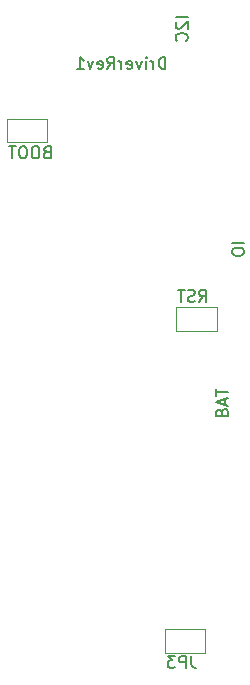
<source format=gbo>
G04 #@! TF.GenerationSoftware,KiCad,Pcbnew,(5.1.5)-3*
G04 #@! TF.CreationDate,2021-11-09T21:41:46-05:00*
G04 #@! TF.ProjectId,MotorDriver,4d6f746f-7244-4726-9976-65722e6b6963,rev?*
G04 #@! TF.SameCoordinates,Original*
G04 #@! TF.FileFunction,Legend,Bot*
G04 #@! TF.FilePolarity,Positive*
%FSLAX46Y46*%
G04 Gerber Fmt 4.6, Leading zero omitted, Abs format (unit mm)*
G04 Created by KiCad (PCBNEW (5.1.5)-3) date 2021-11-09 21:41:46*
%MOMM*%
%LPD*%
G04 APERTURE LIST*
%ADD10C,0.150000*%
%ADD11C,0.120000*%
%ADD12O,1.452000X1.452000*%
%ADD13R,1.452000X1.452000*%
%ADD14R,1.102000X1.602000*%
%ADD15C,2.601360*%
%ADD16R,2.601360X2.601360*%
G04 APERTURE END LIST*
D10*
X83787785Y-44584880D02*
X83787785Y-43584880D01*
X83549690Y-43584880D01*
X83406833Y-43632500D01*
X83311595Y-43727738D01*
X83263976Y-43822976D01*
X83216357Y-44013452D01*
X83216357Y-44156309D01*
X83263976Y-44346785D01*
X83311595Y-44442023D01*
X83406833Y-44537261D01*
X83549690Y-44584880D01*
X83787785Y-44584880D01*
X82787785Y-44584880D02*
X82787785Y-43918214D01*
X82787785Y-44108690D02*
X82740166Y-44013452D01*
X82692547Y-43965833D01*
X82597309Y-43918214D01*
X82502071Y-43918214D01*
X82168738Y-44584880D02*
X82168738Y-43918214D01*
X82168738Y-43584880D02*
X82216357Y-43632500D01*
X82168738Y-43680119D01*
X82121119Y-43632500D01*
X82168738Y-43584880D01*
X82168738Y-43680119D01*
X81787785Y-43918214D02*
X81549690Y-44584880D01*
X81311595Y-43918214D01*
X80549690Y-44537261D02*
X80644928Y-44584880D01*
X80835404Y-44584880D01*
X80930642Y-44537261D01*
X80978261Y-44442023D01*
X80978261Y-44061071D01*
X80930642Y-43965833D01*
X80835404Y-43918214D01*
X80644928Y-43918214D01*
X80549690Y-43965833D01*
X80502071Y-44061071D01*
X80502071Y-44156309D01*
X80978261Y-44251547D01*
X80073500Y-44584880D02*
X80073500Y-43918214D01*
X80073500Y-44108690D02*
X80025880Y-44013452D01*
X79978261Y-43965833D01*
X79883023Y-43918214D01*
X79787785Y-43918214D01*
X78883023Y-44584880D02*
X79216357Y-44108690D01*
X79454452Y-44584880D02*
X79454452Y-43584880D01*
X79073500Y-43584880D01*
X78978261Y-43632500D01*
X78930642Y-43680119D01*
X78883023Y-43775357D01*
X78883023Y-43918214D01*
X78930642Y-44013452D01*
X78978261Y-44061071D01*
X79073500Y-44108690D01*
X79454452Y-44108690D01*
X78073500Y-44537261D02*
X78168738Y-44584880D01*
X78359214Y-44584880D01*
X78454452Y-44537261D01*
X78502071Y-44442023D01*
X78502071Y-44061071D01*
X78454452Y-43965833D01*
X78359214Y-43918214D01*
X78168738Y-43918214D01*
X78073500Y-43965833D01*
X78025880Y-44061071D01*
X78025880Y-44156309D01*
X78502071Y-44251547D01*
X77692547Y-43918214D02*
X77454452Y-44584880D01*
X77216357Y-43918214D01*
X76311595Y-44584880D02*
X76883023Y-44584880D01*
X76597309Y-44584880D02*
X76597309Y-43584880D01*
X76692547Y-43727738D01*
X76787785Y-43822976D01*
X76883023Y-43870595D01*
D11*
X83753500Y-94027500D02*
X87185500Y-94027500D01*
X87185500Y-94027500D02*
X87185500Y-92027500D01*
X87185500Y-92027500D02*
X83753500Y-92027500D01*
X83753500Y-92027500D02*
X83753500Y-94027500D01*
X73790000Y-48784000D02*
X70358000Y-48784000D01*
X70358000Y-48784000D02*
X70358000Y-50784000D01*
X70358000Y-50784000D02*
X73790000Y-50784000D01*
X73790000Y-50784000D02*
X73790000Y-48784000D01*
X84706000Y-66735200D02*
X88138000Y-66735200D01*
X88138000Y-66735200D02*
X88138000Y-64735200D01*
X88138000Y-64735200D02*
X84706000Y-64735200D01*
X84706000Y-64735200D02*
X84706000Y-66735200D01*
D10*
X90431880Y-59293190D02*
X89431880Y-59293190D01*
X89431880Y-59959857D02*
X89431880Y-60150333D01*
X89479500Y-60245571D01*
X89574738Y-60340809D01*
X89765214Y-60388428D01*
X90098547Y-60388428D01*
X90289023Y-60340809D01*
X90384261Y-60245571D01*
X90431880Y-60150333D01*
X90431880Y-59959857D01*
X90384261Y-59864619D01*
X90289023Y-59769380D01*
X90098547Y-59721761D01*
X89765214Y-59721761D01*
X89574738Y-59769380D01*
X89479500Y-59864619D01*
X89431880Y-59959857D01*
X85986833Y-94279880D02*
X85986833Y-94994166D01*
X86034452Y-95137023D01*
X86129690Y-95232261D01*
X86272547Y-95279880D01*
X86367785Y-95279880D01*
X85510642Y-95279880D02*
X85510642Y-94279880D01*
X85129690Y-94279880D01*
X85034452Y-94327500D01*
X84986833Y-94375119D01*
X84939214Y-94470357D01*
X84939214Y-94613214D01*
X84986833Y-94708452D01*
X85034452Y-94756071D01*
X85129690Y-94803690D01*
X85510642Y-94803690D01*
X84605880Y-94279880D02*
X83986833Y-94279880D01*
X84320166Y-94660833D01*
X84177309Y-94660833D01*
X84082071Y-94708452D01*
X84034452Y-94756071D01*
X83986833Y-94851309D01*
X83986833Y-95089404D01*
X84034452Y-95184642D01*
X84082071Y-95232261D01*
X84177309Y-95279880D01*
X84463023Y-95279880D01*
X84558261Y-95232261D01*
X84605880Y-95184642D01*
X73747142Y-51612571D02*
X73604285Y-51660190D01*
X73556666Y-51707809D01*
X73509047Y-51803047D01*
X73509047Y-51945904D01*
X73556666Y-52041142D01*
X73604285Y-52088761D01*
X73699523Y-52136380D01*
X74080476Y-52136380D01*
X74080476Y-51136380D01*
X73747142Y-51136380D01*
X73651904Y-51184000D01*
X73604285Y-51231619D01*
X73556666Y-51326857D01*
X73556666Y-51422095D01*
X73604285Y-51517333D01*
X73651904Y-51564952D01*
X73747142Y-51612571D01*
X74080476Y-51612571D01*
X72890000Y-51136380D02*
X72699523Y-51136380D01*
X72604285Y-51184000D01*
X72509047Y-51279238D01*
X72461428Y-51469714D01*
X72461428Y-51803047D01*
X72509047Y-51993523D01*
X72604285Y-52088761D01*
X72699523Y-52136380D01*
X72890000Y-52136380D01*
X72985238Y-52088761D01*
X73080476Y-51993523D01*
X73128095Y-51803047D01*
X73128095Y-51469714D01*
X73080476Y-51279238D01*
X72985238Y-51184000D01*
X72890000Y-51136380D01*
X71842380Y-51136380D02*
X71651904Y-51136380D01*
X71556666Y-51184000D01*
X71461428Y-51279238D01*
X71413809Y-51469714D01*
X71413809Y-51803047D01*
X71461428Y-51993523D01*
X71556666Y-52088761D01*
X71651904Y-52136380D01*
X71842380Y-52136380D01*
X71937619Y-52088761D01*
X72032857Y-51993523D01*
X72080476Y-51803047D01*
X72080476Y-51469714D01*
X72032857Y-51279238D01*
X71937619Y-51184000D01*
X71842380Y-51136380D01*
X71128095Y-51136380D02*
X70556666Y-51136380D01*
X70842380Y-52136380D02*
X70842380Y-51136380D01*
X86653619Y-64287580D02*
X86986952Y-63811390D01*
X87225047Y-64287580D02*
X87225047Y-63287580D01*
X86844095Y-63287580D01*
X86748857Y-63335200D01*
X86701238Y-63382819D01*
X86653619Y-63478057D01*
X86653619Y-63620914D01*
X86701238Y-63716152D01*
X86748857Y-63763771D01*
X86844095Y-63811390D01*
X87225047Y-63811390D01*
X86272666Y-64239961D02*
X86129809Y-64287580D01*
X85891714Y-64287580D01*
X85796476Y-64239961D01*
X85748857Y-64192342D01*
X85701238Y-64097104D01*
X85701238Y-64001866D01*
X85748857Y-63906628D01*
X85796476Y-63859009D01*
X85891714Y-63811390D01*
X86082190Y-63763771D01*
X86177428Y-63716152D01*
X86225047Y-63668533D01*
X86272666Y-63573295D01*
X86272666Y-63478057D01*
X86225047Y-63382819D01*
X86177428Y-63335200D01*
X86082190Y-63287580D01*
X85844095Y-63287580D01*
X85701238Y-63335200D01*
X85415523Y-63287580D02*
X84844095Y-63287580D01*
X85129809Y-64287580D02*
X85129809Y-63287580D01*
X88574571Y-73636095D02*
X88622190Y-73493238D01*
X88669809Y-73445619D01*
X88765047Y-73398000D01*
X88907904Y-73398000D01*
X89003142Y-73445619D01*
X89050761Y-73493238D01*
X89098380Y-73588476D01*
X89098380Y-73969428D01*
X88098380Y-73969428D01*
X88098380Y-73636095D01*
X88146000Y-73540857D01*
X88193619Y-73493238D01*
X88288857Y-73445619D01*
X88384095Y-73445619D01*
X88479333Y-73493238D01*
X88526952Y-73540857D01*
X88574571Y-73636095D01*
X88574571Y-73969428D01*
X88812666Y-73017047D02*
X88812666Y-72540857D01*
X89098380Y-73112285D02*
X88098380Y-72778952D01*
X89098380Y-72445619D01*
X88098380Y-72255142D02*
X88098380Y-71683714D01*
X89098380Y-71969428D02*
X88098380Y-71969428D01*
X85677580Y-40171809D02*
X84677580Y-40171809D01*
X84772819Y-40600380D02*
X84725200Y-40648000D01*
X84677580Y-40743238D01*
X84677580Y-40981333D01*
X84725200Y-41076571D01*
X84772819Y-41124190D01*
X84868057Y-41171809D01*
X84963295Y-41171809D01*
X85106152Y-41124190D01*
X85677580Y-40552761D01*
X85677580Y-41171809D01*
X85582342Y-42171809D02*
X85629961Y-42124190D01*
X85677580Y-41981333D01*
X85677580Y-41886095D01*
X85629961Y-41743238D01*
X85534723Y-41648000D01*
X85439485Y-41600380D01*
X85249009Y-41552761D01*
X85106152Y-41552761D01*
X84915676Y-41600380D01*
X84820438Y-41648000D01*
X84725200Y-41743238D01*
X84677580Y-41886095D01*
X84677580Y-41981333D01*
X84725200Y-42124190D01*
X84772819Y-42171809D01*
%LPC*%
D12*
X91694000Y-58452000D03*
D13*
X91694000Y-60452000D03*
D12*
X68580000Y-60294000D03*
X68580000Y-62294000D03*
X68580000Y-64294000D03*
D13*
X68580000Y-66294000D03*
D14*
X84503500Y-93027500D03*
X86423500Y-93027500D03*
X73040000Y-49784000D03*
X71120000Y-49784000D03*
X85456000Y-65735200D03*
X87376000Y-65735200D03*
D15*
X91694000Y-72390000D03*
D16*
X91694000Y-68580000D03*
D12*
X83165200Y-41148000D03*
X81165200Y-41148000D03*
X79165200Y-41148000D03*
D13*
X77165200Y-41148000D03*
D15*
X72000000Y-76464000D03*
D16*
X72000000Y-80274000D03*
D15*
X88000000Y-80264000D03*
D16*
X88000000Y-76454000D03*
D15*
X88000000Y-45161200D03*
D16*
X88000000Y-41351200D03*
D15*
X72000000Y-41361200D03*
D16*
X72000000Y-45171200D03*
M02*

</source>
